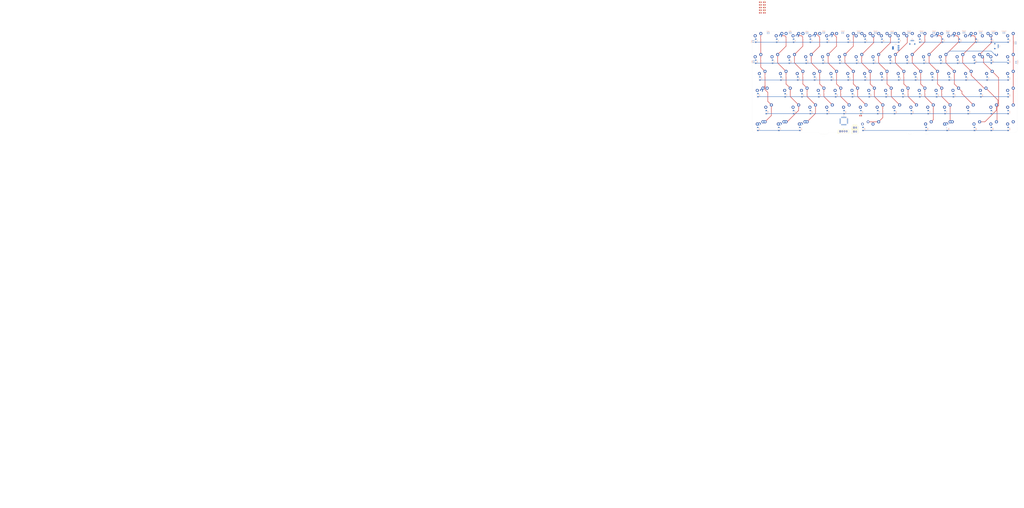
<source format=kicad_pcb>
(kicad_pcb (version 20241010) (generator "pcbnew") (generator_version "8.99")
  (layers (0 "F.Cu" signal) (2 "B.Cu" signal) (13 "F.Paste" user) (15 "B.Paste" user) (5 "F.SilkS" user) (7 "B.SilkS" user) (1 "F.Mask" user) (3 "B.Mask" user) (25 "Edge.Cuts" user))
  (net 0 "")
  (net 1 "+3.3V")
  (net 2 "GND")
  (net 3 "Net-(Drgb1-DIN)")
  (net 4 "Net-(Drgb1-DOUT)")
  (net 5 "Net-(Drgb2-DOUT)")
  (net 6 "Net-(Drgb3-DOUT)")
  (net 7 "Net-(Drgb4-DOUT)")
  (net 8 "Net-(Drgb5-DOUT)")
  (net 9 "+5V")
  (net 10 "Net-(Drgb6-DOUT)")
  (net 11 "Net-(Drgb7-DOUT)")
  (net 12 "Net-(Drgb8-DOUT)")
  (net 13 "Net-(Drgb10-DIN)")
  (net 14 "Net-(Drgb10-DOUT)")
  (net 15 "RGB")
  (net 16 "Net-(Drgb11-DOUT)")
  (net 17 "Net-(Drgb12-DOUT)")
  (net 18 "Net-(Drgb13-DOUT)")
  (net 20 "DIO")
  (net 21 "D+")
  (net 22 "SWD")
  (net 23 "SWC")
  (net 24 "D-")
  (net 25 "boot")
  (net 26 "Net-(rgb1-DOUT)")
  (net 27 "Net-(rgb2-DOUT)")
  (net 28 "Net-(rgb3-DOUT)")
  (net 29 "Net-(rgb4-DOUT)")
  (net 30 "Net-(rgb5-DOUT)")
  (net 31 "C0")
  (net 32 "Net-(D1-A)")
  (net 33 "Net-(D2-A)")
  (net 34 "C1")
  (net 35 "Net-(D3-A)")
  (net 36 "C2")
  (net 37 "C3")
  (net 38 "Net-(D4-A)")
  (net 39 "C4")
  (net 40 "Net-(D5-A)")
  (net 41 "Net-(D6-A)")
  (net 42 "C5")
  (net 43 "C6")
  (net 44 "Net-(D7-A)")
  (net 45 "C7")
  (net 46 "Net-(D8-A)")
  (net 47 "RST")
  (net 48 "Net-(D9-A)")
  (net 49 "C8")
  (net 50 "C9")
  (net 51 "Net-(D10-A)")
  (net 52 "Net-(D11-A)")
  (net 53 "C10")
  (net 54 "Net-(D12-A)")
  (net 55 "C11")
  (net 56 "Net-(D13-A)")
  (net 57 "C12")
  (net 58 "C13")
  (net 59 "Net-(D14-A)")
  (net 60 "C14")
  (net 61 "Net-(D15-A)")
  (net 62 "Net-(D16-A)")
  (net 63 "Net-(D17-A)")
  (net 64 "Net-(D18-A)")
  (net 65 "Net-(D19-A)")
  (net 66 "Net-(D20-A)")
  (net 67 "Net-(D21-A)")
  (net 68 "Net-(D22-A)")
  (net 69 "Net-(D23-A)")
  (net 70 "Net-(D24-A)")
  (net 71 "Net-(D25-A)")
  (net 72 "Net-(D26-A)")
  (net 73 "Net-(D27-A)")
  (net 74 "Net-(D28-A)")
  (net 75 "Net-(D29-A)")
  (net 76 "Net-(D30-A)")
  (net 77 "Net-(D31-A)")
  (net 78 "Net-(D32-A)")
  (net 79 "Net-(D33-A)")
  (net 80 "Net-(D34-A)")
  (net 81 "Net-(D35-A)")
  (net 82 "Net-(D36-A)")
  (net 83 "Net-(D37-A)")
  (net 84 "Net-(D38-A)")
  (net 85 "Net-(D39-A)")
  (net 86 "Net-(D40-A)")
  (net 87 "Net-(D41-A)")
  (net 88 "Net-(D42-A)")
  (net 89 "Net-(D43-A)")
  (net 90 "Net-(D44-A)")
  (net 91 "Net-(D45-A)")
  (net 92 "Net-(D46-A)")
  (net 93 "Net-(D47-A)")
  (net 94 "Net-(D48-A)")
  (net 95 "Net-(D49-A)")
  (net 96 "Net-(D50-A)")
  (net 97 "Net-(D51-A)")
  (net 98 "Net-(D52-A)")
  (net 99 "Net-(D53-A)")
  (net 100 "Net-(D54-A)")
  (net 101 "Net-(D55-A)")
  (net 102 "Net-(D56-A)")
  (net 103 "Net-(D57-A)")
  (net 104 "Net-(D58-A)")
  (net 105 "Net-(D60-A)")
  (net 106 "Net-(D61-A)")
  (net 107 "Net-(D62-A)")
  (net 108 "Net-(D63-A)")
  (net 109 "Net-(D64-A)")
  (net 110 "Net-(D65-A)")
  (net 111 "Net-(D66-A)")
  (net 112 "Net-(D67-A)")
  (net 113 "Net-(D68-A)")
  (net 114 "Net-(D69-A)")
  (net 115 "Net-(D70-A)")
  (net 116 "Net-(D71-A)")
  (net 117 "Net-(D72-A)")
  (net 118 "Net-(D73-A)")
  (net 119 "Net-(D75-A)")
  (net 120 "Net-(D76-A)")
  (net 121 "Net-(D77-A)")
  (net 122 "Net-(D78-A)")
  (net 123 "Net-(D82-A)")
  (net 124 "Net-(D85-A)")
  (net 125 "Net-(D86-A)")
  (net 126 "Net-(D87-A)")
  (net 127 "Net-(D88-A)")
  (net 128 "Net-(D89-A)")
  (net 129 "Net-(D90-A)")
  (net 141 "C16")
  (net 153 "C17")
  (net 163 "Net-(D1-K)")
  (net 164 "Net-(D16-K)")
  (net 165 "Net-(D31-K)")
  (net 166 "Net-(D46-K)")
  (net 167 "Net-(D61-K)")
  (net 168 "Net-(D76-K)")
  (footprint "MX_cherry:MXOnly-1U_N" (layer "F.Cu") (at 514.818947 -216.223553)
    (property "Reference" "SW93" (hide yes))
    (property "Value" "SW_Push" (hide yes))
  )
  (footprint "MX_cherry:MXOnly-1.5U_N" (layer "F.Cu") (at 510.038947 -116.213553)
    (property "Reference" "SW101" (hide yes))
    (property "Value" "SW_Push" (hide yes))
  )
  (footprint "MX_cherry:MXOnly-1U_N" (layer "F.Cu") (at 543.368947 -116.221053)
    (property "Reference" "SW88" (hide yes))
    (property "Value" "SW_Push" (hide yes))
  )
  (footprint "MX_cherry:MXOnly-1U_N" (layer "F.Cu") (at 481.456447 -216.233553)
    (property "Reference" "SW10" (hide yes))
    (property "Value" "SW_Push" (hide yes))
  )
  (footprint "MX_cherry:MXOnly-1U_N" (layer "F.Cu") (at 362.393947 -173.371053)
    (property "Reference" "SW34" (hide yes))
    (property "Value" "SW_Push" (hide yes))
  )
  (footprint "Capacitor_SMD:C_0805_2012Metric" (layer "F.Cu") (at 302.168947 -247.743553)
    (property "Reference" "C9")
    (property "Value" "100nF")
  )
  (footprint "MX_cherry:MXOnly-1U_N" (layer "F.Cu") (at 505.268947 -192.421053)
    (property "Reference" "SW27" (hide yes))
    (property "Value" "SW_Push" (hide yes))
  )
  (footprint "MX_cherry:MXOnly-1U_N" (layer "F.Cu") (at 395.731447 -135.271053)
    (property "Reference" "SW65" (hide yes))
    (property "Value" "SW_Push" (hide yes))
  )
  (footprint "MX_cherry:MXOnly-1U_N" (layer "F.Cu") (at 343.343947 -173.371053)
    (property "Reference" "SW33" (hide yes))
    (property "Value" "SW_Push" (hide yes))
  )
  (footprint "Capacitor_SMD:C_0805_2012Metric" (layer "F.Cu") (at 297.718947 -247.743553)
    (property "Reference" "C4")
    (property "Value" "4.7uF")
  )
  (footprint "Capacitor_SMD:C_0805_2012Metric" (layer "F.Cu") (at 297.718947 -244.733553)
    (property "Reference" "C5")
    (property "Value" "4.7uF")
  )
  (footprint "MX_cherry:MXOnly-1U_N" (layer "F.Cu") (at 552.918947 -216.233553)
    (property "Reference" "SW95" (hide yes))
    (property "Value" "SW_Push" (hide yes))
  )
  (footprint "MX_cherry:MXOnly-1.5U_N" (layer "F.Cu") (at 557.656947 -173.371053)
    (property "Reference" "SW44" (hide yes))
    (property "Value" "SW_Push" (hide yes))
  )
  (footprint "MX_cherry:MXOnly-1U_N" (layer "F.Cu") (at 457.643947 -216.233553)
    (property "Reference" "SW9" (hide yes))
    (property "Value" "SW_Push" (hide yes))
  )
  (footprint "MX_cherry:MXOnly-1U_N" (layer "F.Cu") (at 400.493947 -216.233553)
    (property "Reference" "SW6" (hide yes))
    (property "Value" "SW_Push" (hide yes))
  )
  (footprint "MX_cherry:MXOnly-1U_N" (layer "F.Cu") (at 581.468947 -116.221053)
    (property "Reference" "SW90" (hide yes))
    (property "Value" "SW_Push" (hide yes))
  )
  (footprint "Resistor_SMD:R_0805_2012Metric" (layer "F.Cu") (at 411.298947 -128.233553)
    (property "Reference" "R1")
    (property "Value" "R_Small")
  )
  (footprint "MX_cherry:MXOnly-1U_N" (layer "F.Cu") (at 381.458947 -216.233553)
    (property "Reference" "SW80" (hide yes))
    (property "Value" "SW_Push" (hide yes))
  )
  (footprint "MX_cherry:MXOnly-1U_N" (layer "F.Cu") (at 319.531447 -216.233553)
    (property "Reference" "SW2" (hide yes))
    (property "Value" "SW_Push" (hide yes))
  )
  (footprint "MX_cherry:MXOnly-1U_N" (layer "F.Cu") (at 324.293947 -173.371053)
    (property "Reference" "SW32" (hide yes))
    (property "Value" "SW_Push" (hide yes))
  )
  (footprint "MX_cherry:MXOnly-1.75U_N" (layer "F.Cu") (at 302.862947 -154.321053)
    (property "Reference" "SW46" (hide yes))
    (property "Value" "SW_Push" (hide yes))
  )
  (footprint "MX_cherry:MXOnly-1U_N" (layer "F.Cu") (at 429.068947 -192.421053)
    (property "Reference" "SW23" (hide yes))
    (property "Value" "SW_Push" (hide yes))
  )
  (footprint "Connector_JST:JST_EH_B4B-EH-A_1x04_P2.50mm_Vertical" (layer "F.Cu") (at 388.018947 -110.533553)
    (property "Reference" "J1")
    (property "Value" "Conn_01x04_Pin")
  )
  (footprint "MX_cherry:MXOnly-1U_N" (layer "F.Cu") (at 348.106447 -154.321053)
    (property "Reference" "SW48" (hide yes))
    (property "Value" "SW_Push" (hide yes))
  )
  (footprint "MX_cherry:MXOnly-1U_N" (layer "F.Cu") (at 367.156447 -154.321053)
    (property "Reference" "SW49" (hide yes))
    (property "Value" "SW_Push" (hide yes))
  )
  (footprint "MX_cherry:MXOnly-1U_N" (layer "F.Cu") (at 333.818947 -192.421053)
    (property "Reference" "SW18" (hide yes))
    (property "Value" "SW_Push" (hide yes))
  )
  (footprint "MX_cherry:MXOnly-1U_N" (layer "F.Cu") (at 424.306447 -154.321053)
    (property "Reference" "SW52" (hide yes))
    (property "Value" "SW_Push" (hide yes))
  )
  (footprint "Connector_JST:JST_EH_B2B-EH-A_1x02_P2.50mm_Vertical" (layer "F.Cu") (at 403.718947 -114.733553)
    (property "Reference" "SWbôt1")
    (property "Value" "SW_Push")
  )
  (footprint "MX_cherry:MXOnly-1U_N" (layer "F.Cu") (at 581.468947 -216.233553)
    (property "Reference" "SW15" (hide yes))
    (property "Value" "SW_Push" (hide yes))
  )
  (footprint "MX_cherry:MXOnly-1U_N" (layer "F.Cu") (at 381.443947 -173.371053)
    (property "Reference" "SW35" (hide yes))
    (property "Value" "SW_Push" (hide yes))
  )
  (footprint "MX_cherry:MXOnly-1U_N" (layer "F.Cu") (at 495.778947 -216.233553)
    (property "Reference" "SW92" (hide yes))
    (property "Value" "SW_Push" (hide yes))
  )
  (footprint "MX_cherry:MXOnly-1.25U_N" (layer "F.Cu") (at 345.724947 -116.221053)
    (property "Reference" "SW78" (hide yes))
    (property "Value" "SW_Push" (hide yes))
  )
  (footprint "MX_cherry:MXOnly-1U_N" (layer "F.Cu") (at 362.408947 -216.233553)
    (property "Reference" "SW79" (hide yes))
    (property "Value" "SW_Push" (hide yes))
  )
  (footprint "MX_cherry:MXOnly-1U_N" (layer "F.Cu") (at 324.328947 -116.218553)
    (property "Reference" "SW97" (hide yes))
    (property "Value" "SW_Push" (hide yes))
  )
  (footprint "MX_cherry:MXOnly-1U_N" (layer "F.Cu") (at 490.981447 -135.271053)
    (property "Reference" "SW70" (hide yes))
    (property "Value" "SW_Push" (hide yes))
  )
  (footprint "MX_cherry:MXOnly-1U_N" (layer "F.Cu") (at 357.631447 -216.233553)
    (property "Reference" "SW4" (hide yes))
    (property "Value" "SW_Push" (hide yes))
  )
  (footprint "Capacitor_SMD:C_0805_2012Metric" (layer "F.Cu") (at 302.168947 -256.773553)
    (property "Reference" "C6")
    (property "Value" "100nF")
  )
  (footprint "MX_cherry:MXOnly-1U_N" (layer "F.Cu") (at 533.868947 -216.233553)
    (property "Reference" "SW94" (hide yes))
    (property "Value" "SW_Push" (hide yes))
  )
  (footprint "MX_cherry:MXOnly-1.5U_N" (layer "F.Cu") (at 300.481947 -173.371053)
    (property "Reference" "SW31" (hide yes))
    (property "Value" "SW_Push" (hide yes))
  )
  (footprint "MX_cherry:MXOnly-1U_N" (layer "F.Cu") (at 371.918947 -192.421053)
    (property "Reference" "SW20" (hide yes))
    (property "Value" "SW_Push" (hide yes))
  )
  (footprint "MX_cherry:MXOnly-1U_N" (layer "F.Cu") (at 419.543947 -216.233553)
    (property "Reference" "SW7" (hide yes))
    (property "Value" "SW_Push" (hide yes))
  )
  (footprint "MX_cherry:MXOnly-1U_N" (layer "F.Cu") (at 343.368947 -216.243553)
    (property "Reference" "SW74" (hide yes))
    (property "Value" "SW_Push" (hide yes))
  )
  (footprint "Connector_JST:JST_EH_B2B-EH-A_1x02_P2.50mm_Vertical" (layer "F.Cu") (at 403.718947 -110.233553)
    (property "Reference" "SWbôtrst1")
    (property "Value" "SW_Push")
  )
  (footprint "MX_cherry:MXOnly-1U_N" (layer "F.Cu") (at 462.406447 -154.321053)
    (property "Reference" "SW54" (hide yes))
    (property "Value" "SW_Push" (hide yes))
  )
  (footprint "MX_cherry:MXOnly-1.25U_N" (layer "F.Cu") (at 512.412447 -116.221053)
    (property "Reference" "SW86" (hide yes))
    (property "Value" "SW_Push" (hide yes))
  )
  (footprint "MX_cherry:MXOnly-1U_N" (layer "F.Cu") (at 486.218947 -192.421053)
    (property "Reference" "SW26" (hide yes))
    (property "Value" "SW_Push" (hide yes))
  )
  (footprint "MX_cherry:MXOnly-1U_N" (layer "F.Cu") (at 562.418947 -135.271053)
    (property "Reference" "SW73" (hide yes))
    (property "Value" "SW_Push" (hide yes))
  )
  (footprint "MX_cherry:MXOnly-1U_N" (layer "F.Cu") (at 414.781447 -135.271053)
    (property "Reference" "SW66" (hide yes))
    (property "Value" "SW_Push" (hide yes))
  )
  (footprint "MX_cherry:MXOnly-1U_N" (layer "F.Cu") (at 352.868947 -192.421053)
    (property "Reference" "SW19" (hide yes))
    (property "Value" "SW_Push" (hide yes))
  )
  (footprint "MX_cherry:MXOnly-1U_N" (layer "F.Cu") (at 386.206447 -154.321053)
    (property "Reference" "SW50" (hide yes))
    (property "Value" "SW_Push" (hide yes))
  )
  (footprint "MX_cherry:MXOnly-1U_N" (layer "F.Cu") (at 433.831447 -135.271053)
    (property "Reference" "SW67" (hide yes))
    (property "Value" "SW_Push" (hide yes))
  )
  (footprint "MX_cherry:MXOnly-7U-ReversedStabilizers_N" (layer "F.Cu") (at 429.078947 -116.218553)
    (property "Reference" "SW99" (hide yes))
    (property "Value" "SW_Push" (hide yes))
  )
  (footprint "MX_cherry:MXOnly-1U_N" (layer "F.Cu") (at 519.556447 -154.321053)
    (property "Reference" "SW57" (hide yes))
    (property "Value" "SW_Push" (hide yes))
  )
  (footprint "Capacitor_SMD:C_0805_2012Metric" (layer "F.Cu") (at 302.168947 -250.753553)
    (property "Reference" "C8")
    (property "Value" "4.7uF")
  )
  (footprint "MX_cherry:MXOnly-1U_N" (layer "F.Cu") (at 495.743947 -173.371053)
    (property "Reference" "SW41" (hide yes))
    (property "Value" "SW_Push" (hide yes))
  )
  (footprint "MX_cherry:MXOnly-1U_N" (layer "F.Cu") (at 405.256447 -154.321053)
    (property "Reference" "SW51" (hide yes))
    (property "Value" "SW_Push" (hide yes))
  )
  (footprint "MX_cherry:MXOnly-6.25U-FLIPPED-ReversedStabilizers_N" (layer "F.Cu") (at 417.162447 -116.221053)
    (property "Reference" "SW82" (hide yes))
    (property "Value" "SW_Push" (hide yes))
  )
  (footprint "MX_cherry:MXOnly-1U_N" (layer "F.Cu") (at 467.168947 -192.421053)
    (property "Reference" "SW25" (hide yes))
    (property "Value" "SW_Push" (hide yes))
  )
  (footprint "MX_cherry:MXOnly-1U_N" (layer "F.Cu") (at 524.318947 -192.421053)
    (property "Reference" "SW28" (hide yes))
    (property "Value" "SW_Push" (hide yes))
  )
  (footprint "MX_cherry:MXOnly-1.75U_N" (layer "F.Cu") (at 536.225447 -135.271053)
    (property "Reference" "SW72" (hide yes))
    (property "Value" "SW_Push" (hide yes))
  )
  (footprint "MX_cherry:MXOnly-1U_N" (layer "F.Cu") (at 562.418947 -116.221053)
    (property "Reference" "SW89" (hide yes))
    (property "Value" "SW_Push" (hide yes))
  )
  (footprint "MX_cherry:MXOnly-1U_N" (layer "F.Cu") (at 538.606447 -216.233553)
    (property "Reference" "SW13" (hide yes))
    (property "Value" "SW_Push" (hide yes))
  )
  (footprint "Capacitor_SMD:C_0805_2012Metric" (layer "F.Cu") (at 297.718947 -253.763553)
    (property "Reference" "C2")
    (property "Value" "4.7uF")
  )
  (footprint "MX_cherry:MXOnly-1U_N" (layer "F.Cu") (at 438.593947 -173.371053)
    (property "Reference" "SW38" (hide yes))
    (property "Value" "SW_Push" (hide yes))
  )
  (footprint "MX_cherry:MXOnly-1U_N" (layer "F.Cu") (at 295.718947 -192.421053)
    (property "Reference" "SW16" (hide yes))
    (property "Value" "SW_Push" (hide yes))
  )
  (footprint "MX_cherry:MXOnly-1U_N" (layer "F.Cu") (at 338.581447 -216.233553)
    (property "Reference" "SW3" (hide yes))
    (property "Value" "SW_Push" (hide yes))
  )
  (footprint "MX_cherry:MXOnly-1U_N" (layer "F.Cu") (at 295.718947 -216.233553)
    (property "Reference" "SW1" (hide yes))
    (property "Value" "SW_Push" (hide yes))
  )
  (footprint "MX_cherry:MXOnly-1U_N" (layer "F.Cu") (at 448.158947 -216.243553)
    (property "Reference" "SW84" (hide yes))
    (property "Value" "SW_Push" (hide yes))
  )
  (footprint "MX_cherry:MXOnly-1U_N" (layer "F.Cu") (at 476.693947 -173.371053)
    (property "Reference" "SW40" (hide yes))
    (property "Value" "SW_Push" (hide yes))
  )
  (footprint "MX_cherry:MXOnly-1U_N" (layer "F.Cu") (at 581.468947 -154.321053)
    (property "Reference" "SW60" (hide yes))
    (property "Value" "SW_Push" (hide yes))
  )
  (footprint "MX_cherry:MXOnly-1U_N" (layer "F.Cu") (at 481.456447 -154.321053)
    (property "Reference" "SW55" (hide yes))
    (property "Value" "SW_Push" (hide yes))
  )
  (footprint "Capacitor_SMD:C_0805_2012Metric" (layer "F.Cu") (at 302.168947 -253.763553)
    (property "Reference" "C7")
    (property "Value" "100nF")
  )
  (footprint "MX_cherry:MXOnly-1U_N" (layer "F.Cu") (at 467.218947 -216.243553)
    (property "Reference" "SW91" (hide yes))
    (property "Value" "SW_Push" (hide yes))
  )
  (footprint "MX_cherry:MXOnly-1.25U_N" (layer "F.Cu") (at 298.099947 -116.221053)
    (property "Reference" "SW76" (hide yes))
    (property "Value" "SW_Push" (hide yes))
  )
  (footprint "MX_cherry:MXOnly-1.5U_N" (layer "F.Cu") (at 300.528947 -116.213553)
    (property "Reference" "SW96" (hide yes))
    (property "Value" "SW_Push" (hide yes))
  )
  (footprint "MX_cherry:MXOnly-1U_N" (layer "F.Cu") (at 519.556447 -216.233553)
    (property "Reference" "SW12" (hide yes))
    (property "Value" "SW_Push" (hide yes))
  )
  (footprint "MX_cherry:MXOnly-1U_N" (layer "F.Cu") (at 581.468947 -135.271053)
    (property "Reference" "SW75" (hide yes))
    (property "Value" "SW_Push" (hide yes))
  )
  (footprint "MX_cherry:MXOnly-1U_N" (layer "F.Cu") (at 510.031447 -135.271053)
    (property "Reference" "SW71" (hide yes))
    (property "Value" "SW_Push" (hide yes))
  )
  (footprint "MX_cherry:MXOnly-1U_N" (layer "F.Cu") (at 562.418947 -192.421053)
    (property "Reference" "SW87" (hide yes))
    (property "Value" "SW_Push" (hide yes))
  )
  (footprint "MX_cherry:MXOnly-1.5U_N" (layer "F.Cu") (at 348.118947 -116.203553)
    (property "Reference" "SW98" (hide yes))
    (property "Value" "SW_Push" (hide yes))
  )
  (footprint "MX_cherry:MXOnly-1U_N" (layer "F.Cu") (at 329.056447 -154.321053)
    (property "Reference" "SW47" (hide yes))
    (property "Value" "SW_Push" (hide yes))
  )
  (footprint "MX_cherry:MXOnly-1U_N" (layer "F.Cu") (at 419.543947 -173.371053)
    (property "Reference" "SW37" (hide yes))
    (property "Value" "SW_Push" (hide yes))
  )
  (footprint "MX_cherry:MXOnly-1U_N" (layer "F.Cu") (at 500.506447 -154.321053)
    (property "Reference" "SW56" (hide yes))
    (property "Value" "SW_Push" (hide yes))
  )
  (footprint "MX_cherry:MXOnly-1U_N" (layer "F.Cu") (at 390.968947 -192.421053)
    (property "Reference" "SW21" (hide yes))
    (property "Value" "SW_Push" (hide yes))
  )
  (footprint "MX_cherry:MXOnly-1U_N" (layer "F.Cu") (at 457.643947 -173.371053)
    (property "Reference" "SW39" (hide yes))
    (property "Value" "SW_Push" (hide yes))
  )
  (footprint "Capacitor_SMD:C_0805_2012Metric" (layer "F.Cu") (at 297.718947 -250.753553)
    (property "Reference" "C3")
    (property "Value" "100nF")
  )
  (footprint "MX_cherry:MXOnly-2.25U_N" (layer "F.Cu") (at 307.699547 -135.271053)
    (property "Reference" "SW61" (hide yes))
    (property "Value" "SW_Push" (hide yes))
  )
  (footprint "MX_cherry:MXOnly-1U_N" (layer "F.Cu") (at 581.468947 -173.371053)
    (property "Reference" "SW45" (hide yes))
    (property "Value" "SW_Push" (hide yes))
  )
  (footprint "MX_cherry:MXOnly-1U_N" (layer "F.Cu") (at 443.356447 -154.321053)
    (property "Reference" "SW53" (hide yes))
    (property "Value" "SW_Push" (hide yes))
  )
  (footprint "MX_cherry:MXOnly-1U_N" (layer "F.Cu") (at 324.338947 -216.253553)
    (property "Reference" "SW59" (hide yes))
    (property "Value" "SW_Push" (hide yes))
  )
  (footprint "MX_cherry:MXOnly-1U_N" (layer "F.Cu") (at 471.931447 -135.271053)
    (property "Reference" "SW69" (hide yes))
    (property "Value" "SW_Push" (hide yes))
  )
  (footprint "MX_cherry:MXOnly-1U_N" (layer "F.Cu") (at 410.058947 -216.223553)
    (property "Reference" "SW81" (hide yes))
    (property "Value" "SW_Push" (hide yes))
  )
  (footprint "MX_cherry:MXOnly-1U_N" (layer "F.Cu") (at 410.018947 -192.421053)
    (property "Reference" "SW22" (hide yes))
    (property "Value" "SW_Push" (hide yes))
  )
  (footprint "MX_cherry:MXOnly-1U_N" (layer "F.Cu") (at 500.506447 -216.233553)
    (property "Reference" "SW11" (hide yes))
    (property "Value" "SW_Push" (hide yes))
  )
  (footprint "MX_cherry:MXOnly-1U_N" (layer "F.Cu") (at 562.418947 -216.233553)
    (property "Reference" "SW14" (hide yes))
    (property "Value" "SW_Push" (hide yes))
  )
  (footprint "MX_cherry:MXOnly-1U_N" (layer "F.Cu") (at 581.468947 -192.421053)
    (property "Reference" "SW30" (hide yes))
    (property "Value" "SW_Push" (hide yes))
  )
  (footprint "MX_cherry:MXOnly-1U_N" (layer "F.Cu") (at 452.881447 -135.271053)
    (property "Reference" "SW68" (hide yes))
    (property "Value" "SW_Push" (hide yes))
  )
  (footprint "MX_cherry:MXOnly-1U_N" (layer "F.Cu") (at 429.118947 -216.233553)
    (property "Reference" "SW83" (hide yes))
    (property "Value" "SW_Push" (hide yes))
  )
  (footprint "MX_cherry:MXOnly-1U_N" (layer "F.Cu") (at 314.768947 -192.421053)
    (property "Reference" "SW17" (hide yes))
    (property "Value" "SW_Push" (hide yes))
  )
  (footprint "MX_cherry:MXOnly-1.25U_N" (layer "F.Cu") (at 298.099947 -154.321053)
    (property "Reference" "SW100" (hide yes))
    (property "Value" "SW_Push" (hide yes))
  )
  (footprint "MX_cherry:MXOnly-1U_N" (layer "F.Cu") (at 533.843947 -173.371053)
    (property "Reference" "SW43" (hide yes))
    (property "Value" "SW_Push" (hide yes))
  )
  (footprint "MX_cherry:MXOnly-2.25U_N" (layer "F.Cu") (at 550.587047 -154.321053)
    (property "Reference" "SW58" (hide yes))
    (property "Value" "SW_Push" (hide yes))
  )
  (footprint "MX_cherry:MXOnly-1U_N" (layer "F.Cu") (at 376.681447 -135.271053)
    (property "Reference" "SW64" (hide yes))
    (property "Value" "SW_Push" (hide yes))
  )
  (footprint "Capacitor_SMD:C_0805_2012Metric" (layer "F.Cu") (at 297.718947 -256.773553)
    (property "Reference" "C1")
    (property "Value" "4.7uF")
  )
  (footprint "MX_cherry:MXOnly-1U_N" (layer "F.Cu") (at 357.631447 -135.271053)
    (property "Reference" "SW63" (hide yes))
    (property "Value" "SW_Push" (hide yes))
  )
  (footprint "MX_cherry:MXOnly-1.25U_N" (layer "F.Cu") (at 321.912447 -116.221053)
    (property "Reference" "SW77" (hide yes))
    (property "Value" "SW_Push" (hide yes))
  )
  (footprint "Capacitor_SMD:C_0805_2012Metric" (layer "F.Cu") (at 302.168947 -244.733553)
    (property "Reference" "C10")
    (property "Value" "4.7uF")
  )
  (footprint "MX_cherry:MXOnly-1U_N" (layer "F.Cu") (at 400.493947 -173.371053)
    (property "Reference" "SW36" (hide yes))
    (property "Value" "SW_Push" (hide yes))
  )
  (footprint "MX_cherry:MXOnly-2U_N" (layer "F.Cu") (at 552.893947 -192.421053)
    (property "Reference" "SW1001" (hide yes))
    (property "Value" "SW_Push" (hide yes))
  )
  (footprint "MX_cherry:MXOnly-1U_N" (layer "F.Cu") (at 448.118947 -192.421053)
    (property "Reference" "SW24" (hide yes))
    (property "Value" "SW_Push" (hide yes))
  )
  (footprint "MX_cherry:MXOnly-1U_N" (layer "F.Cu") (at 438.593947 -216.233553)
    (property "Reference" "SW8" (hide yes))
    (property "Value" "SW_Push" (hide yes))
  )
  (footprint "MX_cherry:MXOnly-1U_N" (layer "F.Cu") (at 543.368947 -192.421053)
    (property "Reference" "SW29" (hide yes))
    (property "Value" "SW_Push" (hide yes))
  )
  (footprint "MX_cherry:MXOnly-1U_N" (layer "F.Cu") (at 376.681447 -216.233553)
    (property "Reference" "SW5" (hide yes))
    (property "Value" "SW_Push" (hide yes))
  )
  (footprint "MX_cherry:MXOnly-1.25U_N" (layer "F.Cu") (at 488.599947 -116.221053)
    (property "Reference" "SW85" (hide yes))
    (property "Value" "SW_Push" (hide yes))
  )
  (footprint "MX_cherry:MXOnly-1U_N" (layer "F.Cu") (at 338.581447 -135.271053)
    (property "Reference" "SW62" (hide yes))
    (property "Value" "SW_Push" (hide yes))
  )
  (footprint "MX_cherry:MXOnly-1U_N" (layer "F.Cu") (at 514.793947 -173.371053)
    (property "Reference" "SW42" (hide yes))
    (property "Value" "SW_Push" (hide yes))
  )
  (footprint "Diode_SMD:D_MiniMELF" (layer "B.Cu") (at 382.9875 -151.3375 90)
    (property "Reference" "D50")
    (property "Value" "D_Small")
  )
  (footprint "Diode_SMD:D_MiniMELF" (layer "B.Cu") (at 435.375 -213.25 90)
    (property "Reference" "D8")
    (property "Value" "D_Small")
  )
  (footprint "Diode_SMD:D_MiniMELF" (layer "B.Cu") (at 511.575 -170.3875 90)
    (property "Reference" "D42")
    (property "Value" "D_Small")
  )
  (footprint "Diode_SMD:D_MiniMELF" (layer "B.Cu") (at 497.2875 -151.3375 90)
    (property "Reference" "D56")
    (property "Value" "D_Small")
  )
  (footprint "Diode_SMD:D_MiniMELF" (layer "B.Cu") (at 540.15 -189.4375 90)
    (property "Reference" "D29")
    (property "Value" "D_Small")
  )
  (footprint "Diode_SMD:D_MiniMELF" (layer "B.Cu") (at 492.525 -170.3875 90)
    (property "Reference" "D41")
    (property "Value" "D_Small")
  )
  (footprint "Diode_SMD:D_MiniMELF" (layer "B.Cu") (at 318.6935 -113.2375 90)
    (property "Reference" "D77")
    (property "Value" "D_Small")
  )
  (footprint "Diode_SMD:D_MiniMELF" (layer "B.Cu") (at 416.325 -170.3875 90)
    (property "Reference" "D37")
    (property "Value" "D_Small")
  )
  (footprint "Diode_SMD:D_MiniMELF" (layer "B.Cu") (at 421.0875 -151.3375 90)
    (property "Reference" "D52")
    (property "Value" "D_Small")
  )
  (footprint "LED_SMD:LED_WS2812B-2020_PLCC4_2.0x2.0mm" (layer "B.Cu") (at 446.808947 -222.033553 180)
    (property "Reference" "Drgb4")
    (property "Value" "WS2812B-2020")
  )
  (footprint "LED_SMD:LED_WS2812B-2020_PLCC4_2.0x2.0mm" (layer "B.Cu") (at 494.088947 -222.143553 180)
    (property "Reference" "Drgb7")
    (property "Value" "WS2812B-2020")
  )
  (footprint "Diode_SMD:D_MiniMELF" (layer "B.Cu") (at 297.263 -170.3875 90)
    (property "Reference" "D31")
    (property "Value" "D_Small")
  )
  (footprint "Diode_SMD:D_MiniMELF" (layer "B.Cu") (at 509.1935 -113.2375 90)
    (property "Reference" "D86")
    (property "Value" "D_Small")
  )
  (footprint "Diode_SMD:D_MiniMELF" (layer "B.Cu") (at 523 -213.25 90)
    (property "Reference" "D12")
    (property "Value" "D_Small")
  )
  (footprint "LED_SMD:LED_WS2812B-2020_PLCC4_2.0x2.0mm" (layer "B.Cu") (at 390.998947 -222.123553 180)
    (property "Reference" "Drgb1")
    (property "Value" "WS2812B-2020")
  )
  (footprint "Diode_SMD:D_MiniMELF" (layer "B.Cu") (at 440.1375 -151.3375 90)
    (property "Reference" "D53")
    (property "Value" "D_Small")
  )
  (footprint "Diode_SMD:D_MiniMELF" (layer "B.Cu") (at 559.2 -189.4375 90)
    (property "Reference" "D87")
    (property "Value" "D_Small")
  )
  (footprint "Diode_SMD:D_MiniMELF" (layer "B.Cu") (at 311.55 -189.4375 90)
    (property "Reference" "D17")
    (property "Value" "D_Small")
  )
  (footprint "Diode_SMD:D_MiniMELF" (layer "B.Cu") (at 411.5625 -132.2875 90)
    (property "Reference" "D66")
    (property "Value" "D_Small")
  )
  (footprint "Diode_SMD:D_MiniMELF" (layer "B.Cu") (at 578.25 -189.4375 90)
    (property "Reference" "D30")
    (property "Value" "D_Small")
  )
  (footprint "Diode_SMD:D_MiniMELF" (layer "B.Cu") (at 559.2 -213.25 90)
    (property "Reference" "D14")
    (property "Value" "D_Small")
  )
  (footprint "Diode_SMD:D_MiniMELF" (layer "B.Cu") (at 454.425 -213.25 90)
    (property "Reference" "D9")
    (property "Value" "D_Small")
  )
  (footprint "Diode_SMD:D_MiniMELF" (layer "B.Cu") (at 530.625 -170.3875 90)
    (property "Reference" "D43")
    (property "Value" "D_Small")
  )
  (footprint "Diode_SMD:D_MiniMELF" (layer "B.Cu") (at 425.85 -189.4375 90)
    (property "Reference" "D23")
    (property "Value" "D_Small")
  )
  (footprint "Diode_SMD:D_MiniMELF" (layer "B.Cu") (at 559.2 -113.2375 90)
    (property "Reference" "D89")
    (property "Value" "D_Small")
  )
  (footprint "Diode_SMD:D_MiniMELF" (layer "B.Cu") (at 321.075 -170.3875 90)
    (property "Reference" "D32")
    (property "Value" "D_Small")
  )
  (footprint "Diode_SMD:D_MiniMELF" (layer "B.Cu") (at 444.9 -189.4375 90)
    (property "Reference" "D24")
    (property "Value" "D_Small")
  )
  (footprint "Diode_SMD:D_MiniMELF" (layer "B.Cu") (at 354.4125 -213.25 90)
    (property "Reference" "D4")
    (property "Value" "D_Small")
  )
  (footprint "Diode_SMD:D_MiniMELF" (layer "B.Cu") (at 521.1 -189.4375 90)
    (property "Reference" "D28")
    (property "Value" "D_Small")
  )
  (footprint "Diode_SMD:D_MiniMELF" (layer "B.Cu") (at 349.65 -189.4375 90)
    (property "Reference" "D19")
    (property "Value" "D_Small")
  )
  (footprint "Diode_SMD:D_MiniMELF" (layer "B.Cu") (at 325.8375 -151.3375 90)
    (property "Reference" "D47")
    (property "Value" "D_Small")
  )
  (footprint "Diode_SMD:D_MiniMELF" (layer "B.Cu") (at 292.5 -213.25 90)
    (property "Reference" "D1")
    (property "Value" "D_Small")
  )
  (footprint "Package_TO_SOT_SMD:SOT-223-3_TabPin2" (layer "B.Cu") (at 451 -205 180)
    (property "Reference" "U7")
    (property "Value" "AMS1117")
  )
  (footprint "LED_SMD:LED_WS2812B-2020_PLCC4_2.0x2.0mm" (layer "B.Cu") (at 369.558947 -222.203553 180)
    (property "Reference" "rgb6")
    (property "Value" "WS2812B-2020")
  )
  (footprint "Diode_SMD:D_MiniMELF" (layer "B.Cu") (at 359.175 -170.3875 90)
    (property "Reference" "D34")
    (property "Value" "D_Small")
  )
  (footprint "Connector_JST:JST_SH_SM04B-SRSS-TB_1x04-1MP_P1.00mm_Horizontal" (layer "B.Cu") (at 469.718947 -211.333553 180)
    (property "Reference" "J5")
    (property "Value" "Conn_01x04_Pin")
  )
  (footprint "Diode_SMD:D_MiniMELF" (layer "B.Cu") (at 368.7 -189.4375 90)
    (property "Reference" "D20")
    (property "Value" "D_Small")
  )
  (footprint "Diode_SMD:D_MiniMELF" (layer "B.Cu") (at 294.881 -113.2375 90)
    (property "Reference" "D76")
    (property "Value" "D_Small")
  )
  (footprint "Diode_SMD:D_MiniMELF" (layer "B.Cu") (at 478.2375 -151.3375 90)
    (property "Reference" "D55")
    (property "Value" "D_Small")
  )
  (footprint "Diode_SMD:D_MiniMELF" (layer "B.Cu") (at 533.0065 -132.2875 90)
    (property "Reference" "D72")
    (property "Value" "D_Small")
  )
  (footprint "Diode_SMD:D_MiniMELF" (layer "B.Cu") (at 578.25 -132.2875 90)
    (property "Reference" "D75")
    (property "Value" "D_Small")
  )
  (footprint "Diode_SMD:D_MiniMELF" (layer "B.Cu") (at 397.275 -213.25 90)
    (property "Reference" "D6")
    (property "Value" "D_Small")
  )
  (footprint "LED_SMD:LED_WS2812B-2020_PLCC4_2.0x2.0mm" (layer "B.Cu") (at 587.128947 -188.798553 90)
    (property "Reference" "Drgb14")
    (property "Value" "WS2812B-2020")
  )
  (footprint "Diode_SMD:D_MiniMELF" (layer "B.Cu") (at 503.95 -213.25 90)
    (property "Reference" "D11")
    (property "Value" "D_Small")
  )
  (footprint "LED_SMD:LED_WS2812B-2020_PLCC4_2.0x2.0mm" (layer "B.Cu") (at 409.008947 -222.173553 180)
    (property "Reference" "Drgb2")
    (property "Value" "WS2812B-2020")
  )
  (footprint "Diode_SMD:D_MiniMELF" (layer "B.Cu") (at 506.8125 -132.2875 90)
    (property "Reference" "D71")
    (property "Value" "D_Small")
  )
  (footprint "Diode_SMD:D_MiniMELF" (layer "B.Cu") (at 483 -189.4375 90)
    (property "Reference" "D26")
    (property "Value" "D_Small")
  )
  (footprint "Package_QFP:LQFP-48_7x7mm_P0.5mm" (layer "B.Cu") (at 392.25 -122.1625 180)
    (property "Reference" "U3")
    (property "Value" "STM32F072-LQFP48")
  )
  (footprint "Diode_SMD:D_MiniMELF" (layer "B.Cu") (at 342.506 -113.2375 90)
    (property "Reference" "D78")
    (property "Value" "D_Small")
  )
  (footprint "Diode_SMD:D_MiniMELF" (layer "B.Cu") (at 516.3375 -151.3375 90)
    (property "Reference" "D57")
    (property "Value" "D_Small")
  )
  (footprint "Diode_SMD:D_MiniMELF" (layer "B.Cu") (at 540.15 -113.2375 90)
    (property "Reference" "D88")
    (property "Value" "D_Small")
  )
  (footprint "Connector_JST:JST_SH_SM04B-SRSS-TB_1x04-1MP_P1.00mm_Horizontal" (layer "B.Cu") (at 565 -207 90)
    (property "Reference" "J7")
    (property "Value" "Conn_01x04_Pin")
  )
  (footprint "Diode_SMD:D_MiniMELF" (layer "B.Cu") (at 387.75 -189.4375 90)
    (property "Reference" "D21")
    (property "Value" "D_Small")
  )
  (footprint "Diode_SMD:D_MiniMELF" (layer "B.Cu") (at 473.475 -170.3875 90)
    (property "Reference" "D40")
    (property "Value" "D_Small")
  )
  (footprint "Diode_SMD:D_MiniMELF" (layer "B.Cu") (at 578.25 -170.3875 90)
    (property "Reference" "D45")
    (property "Value" "D_Small")
  )
  (footprint "LED_SMD:LED_WS2812B-2020_PLCC4_2.0x2.0mm" (layer "B.Cu") (at 350.513947 -221.933553 180)
    (property "Reference" "rgb5")
    (property "Value" "WS2812B-2020")
  )
  (footprint "Diode_SMD:D_MiniMELF" (layer "B.Cu") (at 478.2375 -213.25 90)
    (property "Reference" "D10")
    (property "Value" "D_Small")
  )
  (footprint "Diode_SMD:D_MiniMELF" (layer "B.Cu") (at 295 -151.5 90)
    (property "Reference" "D46")
    (property "Value" "D_Small")
  )
  (footprint "Diode_SMD:D_MiniMELF" (layer "B.Cu") (at 316.3125 -213.25 90)
    (property "Reference" "D2")
    (property "Value" "D_Small")
  )
  (footprint "LED_SMD:LED_WS2812B-2020_PLCC4_2.0x2.0mm" (layer "B.Cu") (at 331.448947 -222.153553 180)
    (property "Reference" "rgb4")
    (property "Value" "WS2812B-2020" (hide yes))
  )
  (footprint "Diode_SMD:D_MiniMELF" (layer "B.Cu") (at 485.381 -113.2375 90)
    (property "Reference" "D85")
    (property "Value" "D_Small")
  )
  (footprint "Diode_SMD:D_MiniMELF" (layer "B.Cu") (at 547.3681 -151.3375 90)
    (property "Reference" "D58")
    (property "Value" "D_Small")
  )
  (footprint "Diode_SMD:D_MiniMELF" (layer "B.Cu") (at 363.9375 -151.3375 90)
    (property "Reference" "D49")
    (property "Value" "D_Small")
  )
  (footprint "LED_SMD:LED_WS2812B-2020_PLCC4_2.0x2.0mm" (layer "B.Cu") (at 561.363947 -222.083553 180)
    (property "Reference" "Drgb11")
    (property "Value" "WS2812B-2020")
  )
  (footprint "Diode_SMD:D_MiniMELF" (layer "B.Cu") (at 397.275 -170.3875 90)
    (property "Reference" "D36")
    (property "Value" "D_Small")
  )
  (footprint "Diode_SMD:D_MiniMELF" (layer "B.Cu") (at 459.1875 -151.3375 90)
    (property "Reference" "D54")
    (property "Value" "D_Small")
  )
  (footprint "Diode_SMD:D_MiniMELF" (layer "B.Cu") (at 373.4625 -132.2875 90)
    (property "Reference" "D64")
    (property "Value" "D_Small")
  )
  (footprint "Diode_SMD:D_MiniMELF" (layer "B.Cu") (at 335.3625 -132.2875 90)
    (property "Reference" "D62")
    (property "Value" "D_Small")
  )
  (footprint "LED_SMD:LED_WS2812B-2020_PLCC4_2.0x2.0mm" (layer "B.Cu") (at 306.598947 -221.923553 180)
    (property "Reference" "rgb3")
    (property "Value" "WS2812B-2020")
  )
  (footprint "Diode_SMD:D_MiniMELF" (layer "B.Cu") (at 378.225 -170.3875 90)
    (property "Reference" "D35")
    (property "Value" "D_Small")
  )
  (footprint "LED_SMD:LED_WS2812B-2020_PLCC4_2.0x2.0mm" (layer "B.Cu") (at 427.878947 -222.113553 180)
    (property "Reference" "Drgb3")
    (property "Value" "WS2812B-2020")
  )
  (footprint "Diode_SMD:D_MiniMELF" (layer "B.Cu") (at 578.25 -113.2375 90)
    (property "Reference" "D90")
    (property "Value" "D_Small")
  )
  (footprint "Diode_SMD:D_MiniMELF" (layer "B.Cu") (at 463.95 -189.4375 90)
    (property "Reference" "D25")
    (property "Value" "D_Small")
  )
  (footprint "Diode_SMD:D_MiniMELF" (layer "B.Cu") (at 578.25 -151.3375 90)
    (property "Reference" "D60")
    (property "Value" "D_Small")
  )
  (footprint "Diode_SMD:D_MiniMELF" (layer "B.Cu") (at 344.8875 -151.3375 90)
    (property "Reference" "D48")
    (property "Value" "D_Small")
  )
  (footprint "LED_SMD:LED_WS2812B-2020_PLCC4_2.0x2.0mm" (layer "B.Cu") (at 528.233947 -222.273553 180)
    (property "Reference" "Drgb9")
    (property "Value" "WS2812B-2020")
  )
  (footprint "Diode_SMD:D_MiniMELF" (layer "B.Cu") (at 578.25 -213.25 90)
    (property "Reference" "D15")
    (property "Value" "D_Small")
  )
  (footprint "Diode_SMD:D_MiniMELF" (layer "B.Cu") (at 559.2 -132.2875 90)
    (property "Reference" "D73")
    (property "Value" "D_Small")
  )
  (footprint "Diode_SMD:D_MiniMELF" (layer "B.Cu") (at 542.05 -213.25 90)
    (property "Reference" "D13")
    (property "Value" "D_Small")
  )
  (footprint "Diode_SMD:D_MiniMELF" (layer "B.Cu") (at 330.6 -189.4375 90)
    (property "Reference" "D18")
    (property "Value" "D_Small")
  )
  (footprint "Diode_SMD:D_MiniMELF" (layer "B.Cu") (at 454.425 -170.3875 90)
    (property "Reference" "D39")
    (property "Value" "D_Small")
  )
  (footprint "Diode_SMD:D_MiniMELF" (layer "B.Cu") (at 430.6125 -132.2875 90)
    (property "Reference" "D67")
    (property "Value" "D_Small")
  )
  (footprint "Diode_SMD:D_MiniMELF" (layer "B.Cu") (at 373.4625 -213.25 90)
    (property "Reference" "D5")
    (property "Value" "D_Small")
  )
  (footprint "Diode_SMD:D_MiniMELF" (layer "B.Cu") (at 435.375 -170.3875 90)
    (property "Reference" "D38")
    (property "Value" "D_Small")
  )
  (footprint "Diode_SMD:D_MiniMELF" (layer "B.Cu") (at 468.7125 -132.2875 90)
    (property "Reference" "D69")
    (property "Value" "D_Small")
  )
  (footprint "Diode_SMD:D_MiniMELF" (layer "B.Cu") (at 402.0375 -151.3375 90)
    (property "Reference" "D51")
    (property "Value" "D_Small")
  )
  (footprint "Diode_SMD:D_MiniMELF" (layer "B.Cu") (at 340.125 -170.3875 90)
    (property "Reference" "D33")
    (property "Value" "D_Small")
  )
  (footprint "Diode_SMD:D_MiniMELF" (layer "B.Cu") (at 406.8 -189.4375 90)
    (property "Reference" "D22")
    (property "Value" "D_Small")
  )
  (footprint "LED_SMD:LED_WS2812B-2020_PLCC4_2.0x2.0mm" (layer "B.Cu") (at 573.453947 -222.093553 180)
    (property "Reference" "Drgb12")
    (property "Value" "WS2812B-2020")
  )
  (footprint "Diode_SMD:D_MiniMELF" (layer "B.Cu") (at 304.4806 -132.2875 90)
    (property "Reference" "D61")
    (property "Value" "D_Small")
  )
  (footprint "Diode_SMD:D_MiniMELF" (layer "B.Cu") (at 392.5125 -132.2875 90)
    (property "Reference" "D65")
    (property "Value" "D_Small")
  )
  (footprint "LED_SMD:LED_WS2812B-2020_PLCC4_2.0x2.0mm" (layer "B.Cu") (at 290.078947 -189.243553 -90)
    (property "Reference" "rgb1")
    (property "Value" "WS2812B-2020")
  )
  (footprint "LED_SMD:LED_WS2812B-2020_PLCC4_2.0x2.0mm" (layer "B.Cu") (at 289.688947 -212.293553 -90)
    (property "Reference" "rgb2")
    (property "Value" "WS2812B-2020")
  )
  (footprint "Diode_SMD:D_MiniMELF" (layer "B.Cu") (at 354.4125 -132.2875 90)
    (property "Reference" "D63")
    (property "Value" "D_Small")
  )
  (footprint "LED_SMD:LED_WS2812B-2020_PLCC4_2.0x2.0mm" (layer "B.Cu") (at 547.248947 -222.053553 180)
    (property "Reference" "Drgb10")
    (property "Value" "WS2812B-2020")
  )
  (footprint "Diode_SMD:D_MiniMELF" (layer "B.Cu") (at 416.325 -213.25 90)
    (property "Reference" "D7")
    (property "Value" "D_Small")
  )
  (footprint "LED_SMD:LED_WS2812B-2020_PLCC4_2.0x2.0mm" (layer "B.Cu") (at 480.243947 -222.103553 180)
    (property "Reference" "Drgb6")
    (property "Value" "WS2812B-2020")
  )
  (footprint "LED_SMD:LED_WS2812B-2020_PLCC4_2.0x2.0mm" (layer "B.Cu") (at 465.923947 -222.053553 180)
    (property "Reference" "Drgb5")
    (property "Value" "WS2812B-2020")
  )
  (footprint "Diode_SMD:D_MiniMELF" (layer "B.Cu") (at 335.3625 -213.25 90)
    (property "Reference" "D3")
    (property "Value" "D_Small")
  )
  (footprint "LED_SMD:LED_WS2812B-2020_PLCC4_2.0x2.0mm" (layer "B.Cu") (at 509.963947 -222.233553 180)
    (property "Reference" "Drgb8")
    (property "Value" "WS2812B-2020")
  )
  (footprint "Diode_SMD:D_MiniMELF" (layer "B.Cu") (at 487.7625 -132.2875 90)
    (property "Reference" "D70")
    (property "Value" "D_Small")
  )
  (footprint "Diode_SMD:D_MiniMELF" (layer "B.Cu") (at 502.05 -189.4375 90)
    (property "Reference" "D27")
    (property "Value" "D_Small")
  )
  (footprint "Diode_SMD:D_MiniMELF" (layer "B.Cu") (at 413.9435 -113.2375 90)
    (property "Reference" "D82")
    (property "Value" "D_Small")
  )
  (footprint "Diode_SMD:D_MiniMELF" (layer "B.Cu") (at 292.5 -189.4375 90)
    (property "Reference" "D16")
    (property "Value" "D_Small")
  )
  (footprint "LED_SMD:LED_WS2812B-2020_PLCC4_2.0x2.0mm" (layer "B.Cu") (at 586.818947 -210.633553 -90)
    (property "Reference" "Drgb13")
    (property "Value" "WS2812B-2020")
  )
  (footprint "Diode_SMD:D_MiniMELF" (layer "B.Cu") (at 449.6625 -132.2875 90)
    (property "Reference" "D68")
    (property "Value" "D_Small")
  )
  (footprint "Diode_SMD:D_MiniMELF" (layer "B.Cu") (at 554.438 -170.3875 90)
    (property "Reference" "D44")
    (property "Value" "D_Small")
  )
  (gr_line (start 484.718947 -107.433553) (end 483.518947 -109.033553) (stroke (width 0.05)) (layer "Edge.Cuts"))
  (gr_line (start 487.818947 -107.433553) (end 489.018947 -109.033553) (stroke (width 0.05)) (layer "Edge.Cuts"))
  (gr_line (start 468.718947 -107.433553) (end 469.918947 -109.033553) (stroke (width 0.05)) (layer "Edge.Cuts"))
  (gr_arc (start 288.518947 -220.433553) (mid 289.397627 -222.554873) (end 291.518947 -223.433553) (stroke (width 0.05)) (layer "Edge.Cuts"))
  (gr_line (start 465.618947 -107.433553) (end 468.718947 -107.433553) (stroke (width 0.05)) (layer "Edge.Cuts"))
  (gr_line (start 373.518947 -107.433553) (end 374.718947 -109.033553) (stroke (width 0.05)) (layer "Edge.Cuts"))
  (gr_arc (start 588.718947 -112.033553) (mid 587.840267 -109.912233) (end 585.718947 -109.033553) (stroke (width 0.05)) (layer "Edge.Cuts"))
  (gr_line (start 588.718947 -112.033553) (end 588.718947 -220.433553) (stroke (width 0.05)) (layer "Edge.Cuts"))
  (gr_line (start 465.618947 -107.433553) (end 464.418947 -109.033553) (stroke (width 0.05)) (layer "Edge.Cuts"))
  (gr_line (start 469.918947 -109.033553) (end 483.518947 -109.033553) (stroke (width 0.05)) (layer "Edge.Cuts"))
  (gr_line (start 291.518947 -109.033553) (end 364.318947 -109.033553) (stroke (width 0.05)) (layer "Edge.Cuts"))
  (gr_line (start 365.518947 -107.433553) (end 373.518947 -107.433553) (stroke (width 0.05)) (layer "Edge.Cuts"))
  (gr_line (start 585.718947 -223.433553) (end 291.518947 -223.433553) (stroke (width 0.05)) (layer "Edge.Cuts"))
  (gr_line (start 365.518947 -107.433553) (end 364.318947 -109.033553) (stroke (width 0.05)) (layer "Edge.Cuts"))
  (gr_arc (start 291.518947 -109.033553) (mid 289.397627 -109.912233) (end 288.518947 -112.033553) (stroke (width 0.05)) (layer "Edge.Cuts"))
  (gr_line (start 374.718947 -109.033553) (end 464.418947 -109.033553) (stroke (width 0.05)) (layer "Edge.Cuts"))
  (gr_line (start 484.718947 -107.433553) (end 487.818947 -107.433553) (stroke (width 0.05)) (layer "Edge.Cuts"))
  (gr_line (start 489.018947 -109.033553) (end 585.718947 -109.033553) (stroke (width 0.05)) (layer "Edge.Cuts"))
  (gr_line (start 288.518947 -220.433553) (end 288.518947 -112.033553) (stroke (width 0.05)) (layer "Edge.Cuts"))
  (gr_arc (start 585.718947 -223.433553) (mid 587.840267 -222.554873) (end 588.718947 -220.433553) (stroke (width 0.05)) (layer "Edge.Cuts"))
  (segment (start 303.021947 -161.783053) (end 300.639947 -159.401053) (width 0.5) (layer "F.Cu") (net 31))
  (segment (start 306.218947 -154.500587) (end 306.218947 -144.371653) (width 0.5) (layer "F.Cu") (net 31))
  (segment (start 306.218947 -144.371653) (end 310.239547 -140.351053) (width 0.5) (layer "F.Cu") (net 31))
  (segment (start 298.258947 -221.313553) (end 298.258947 -197.501053) (width 0.5) (layer "F.Cu") (net 31))
  (segment (start 300.639947 -159.401053) (end 300.639947 -158.448053) (width 0.5) (layer "F.Cu") (net 31))
  (segment (start 303.021947 -161.783053) (end 303.021947 -157.697587) (width 0.5) (layer "F.Cu") (net 31))
  (segment (start 303.021947 -157.697587) (end 306.218947 -154.500587) (width 0.5) (layer "F.Cu") (net 31))
  (segment (start 310.239547 -128.464153) (end 303.068947 -121.293553) (width 0.5) (layer "F.Cu") (net 31))
  (segment (start 300.639947 -158.448053) (end 299.052947 -156.861053) (width 0.5) (layer "F.Cu") (net 31))
  (segment (start 298.258947 -183.214053) (end 303.021947 -178.451053) (width 0.5) (layer "F.Cu") (net 31))
  (segment (start 310.239547 -140.351053) (end 310.239547 -128.464153) (width 0.5) (layer "F.Cu") (net 31))
  (segment (start 298.258947 -197.501053) (end 298.258947 -183.214053) (width 0.5) (layer "F.Cu") (net 31))
  (segment (start 303.021947 -178.451053) (end 303.021947 -161.783053) (width 0.5) (layer "F.Cu") (net 31))
  (segment (start 325.334481 -218.793553) (end 326.838947 -217.289087) (width 0.5) (layer "F.Cu") (net 34))
  (segment (start 331.596447 -159.401053) (end 331.596447 -149.876053) (width 0.5) (layer "F.Cu") (net 34))
  (segment (start 326.833947 -164.163553) (end 331.596447 -159.401053) (width 0.5) (layer "F.Cu") (net 34))
  (segment (start 331.596447 -149.876053) (end 341.121447 -140.351053) (width 0.5) (layer "F.Cu") (net 34))
  (segment (start 326.838947 -217.289087) (end 326.838947 -207.031053) (width 0.5) (layer "F.Cu") (net 34))
  (segment (start 326.833947 -178.451053) (end 326.833947 -164.163553) (width 0.5) (layer "F.Cu") (net 34))
  (segment (start 341.121447 -134.275519) (end 328.144481 -121.298553) (width 0.5) (layer "F.Cu") (net 34))
  (segment (start 317.308947 -197.501053) (end 317.308947 -187.976053) (width 0.5) (layer "F.Cu") (net 34))
  (segment (start 322.071447 -221.313553) (end 322.071447 -220.336053) (width 0.5) (layer "F.Cu") (net 34))
  (segment (start 320.528947 -218.793553) (end 325.334481 -218.793553) (width 0.5) (layer "F.Cu") (net 34))
  (segment (start 341.121447 -140.351053) (end 341.121447 -134.275519) (width 0.5) (layer "F.Cu") (net 34))
  (segment (start 317.308947 -187.976053) (end 326.833947 -178.451053) (width 0.5) (layer "F.Cu") (net 34))
  (segment (start 328.144481 -121.298553) (end 326.868947 -121.298553) (width 0.5) (layer "F.Cu") (net 34))
  (segment (start 322.071447 -220.336053) (end 320.528947 -218.793553) (width 0.5) (layer "F.Cu") (net 34))
  (segment (start 326.838947 -207.031053) (end 317.308947 -197.501053) (width 0.5) (layer "F.Cu") (net 34))
  (segment (start 348.282447 -121.283553) (end 348.264947 -121.301053) (width 0.5) (layer "F.Cu") (net 36))
  (segment (start 339.558947 -218.783553) (end 344.364481 -218.783553) (width 0.5) (layer "F.Cu") (net 36))
  (segment (start 350.658947 -121.283553) (end 348.282447 -121.283553) (width 0.5) (layer "F.Cu") (net 36))
  (segment (start 336.358947 -187.976053) (end 345.883947 -178.451053) (width 0.5) (layer "F.Cu") (net 36))
  (segment (start 344.364481 -218.783553) (end 345.868947 -217.279087) (width 0.5) (layer "F.Cu") (net 36))
  (segment (start 350.646447 -149.876053) (end 360.171447 -140.351053) (width 0.5) (layer "F.Cu") (net 36))
  (segment (start 336.358947 -197.501053) (end 336.358947 -187.976053) (width 0.5) (layer "F.Cu") (net 36))
  (segment (start 341.121447 -221.313553) (end 341.121447 -220.346053) (width 0.5) (layer "F.Cu") (net 36))
  (segment (start 341.121447 -220.346053) (end 339.558947 -218.783553) (width 0.5) (layer "F.Cu") (net 36))
  (segment (start 345.868947 -217.279087) (end 345.868947 -207.011053) (width 0.5) (layer "F.Cu") (net 36))
  (segment (start 360.171447 -130.796053) (end 350.658947 -121.283553) (width 0.5) (layer "F.Cu") (net 36))
  (segment (start 350.646447 -159.401053) (end 350.646447 -149.876053) (width 0.5) (layer "F.Cu") (net 36))
  (segment (start 345.868947 -207.011053) (end 336.358947 -197.501053) (width 0.5) (layer "F.Cu") (net 36))
  (segment (start 360.171447 -140.351053) (end 360.171447 -130.796053) (width 0.5) (layer "F.Cu") (net 36))
  (segment (start 345.883947 -164.163553) (end 350.646447 -159.401053) (width 0.5) (layer "F.Cu") (net 36))
  (segment (start 345.883947 -178.451053) (end 345.883947 -164.163553) (width 0.5) (layer "F.Cu") (net 36))
  (segment (start 364.933947 -164.163553) (end 369.696447 -159.401053) (width 0.5) (layer "F.Cu") (net 37))
  (segment (start 360.864481 -221.313553) (end 364.908947 -217.269087) (width 0.5) (layer "F.Cu") (net 37))
  (segment (start 364.933947 -178.451053) (end 364.933947 -164.163553) (width 0.5) (layer "F.Cu") (net 37))
  (segment (start 364.908947 -217.269087) (end 364.908947 -207.001053) (width 0.5) (layer "F.Cu") (net 37))
  (segment (start 360.171447 -221.313553) (end 360.864481 -221.313553) (width 0.5) (layer "F.Cu") (net 37))
  (segment (start 360.171447 -221.313553) (end 360.171447 -220.346053) (width 0.5) (layer "F.Cu") (net 37))
  (segment (start 355.408947 -187.976053) (end 364.933947 -178.451053) (width 0.5) (layer "F.Cu") (net 37))
  (segment (start 355.408947 -197.501053) (end 355.408947 -187.976053) (width 0.5) (layer "F.Cu") (net 37))
  (segment (start 369.696447 -159.401053) (end 369.696447 -149.876053) (width 0.5) (layer "F.Cu") (net 37))
  (segment (start 369.696447 -149.876053) (end 379.221447 -140.351053) (width 0.5) (layer "F.Cu") (net 37))
  (segment (start 360.171447 -220.346053) (end 358.598947 -218.773553) (width 0.5) (layer "F.Cu") (net 37))
  (segment (start 364.908947 -207.001053) (end 355.408947 -197.501053) (width 0.5) (layer "F.Cu") (net 37))
  (segment (start 374.458947 -197.501053) (end 374.458947 -187.976053) (width 0.5) (layer "F.Cu") (net 39))
  (segment (start 383.983947 -178.451053) (end 383.983947 -164.163553) (width 0.5) (layer "F.Cu") (net 39))
  (segment (start 379.914481 -221.313553) (end 383.958947 -217.269087) (width 0.5) (layer "F.Cu") (net 39))
  (segment (start 383.983947 -164.163553) (end 388.746447 -159.401053) (width 0.5) (layer "F.Cu") (net 39))
  (segment (start 388.746447 -149.876053) (end 398.271447 -140.351053) (width 0.5) (layer "F.Cu") (net 39))
  (segment (start 379.221447 -220.346053) (end 377.648947 -218.773553) (width 0.5) (layer "F.Cu") (net 39))
  (segment (start 379.221447 -221.313553) (end 379.914481 -221.313553) (width 0.5) (layer "F.Cu") (net 39))
  (segment (start 379.221447 -221.313553) (end 379.221447 -220.346053) (width 0.5) (layer "F.Cu") (net 39))
  (segment (start 374.458947 -187.976053) (end 383.983947 -178.451053) (width 0.5) (layer "F.Cu") (net 39))
  (segment (start 383.958947 -207.001053) (end 374.458947 -197.501053) (width 0.5) (layer "F.Cu") (net 39))
  (segment (start 388.746447 -159.401053) (end 388.746447 -149.876053) (width 0.5) (layer "F.Cu") (net 39))
  (segment (start 383.958947 -217.269087) (end 383.958947 -207.001053) (width 0.5) (layer "F.Cu") (net 39))
  (segment (start 403.033947 -221.313553) (end 403.033947 -207.026053) (width 0.5) (layer "F.Cu") (net 42))
  (segment (start 403.033947 -207.026053) (end 393.508947 -197.501053) (width 0.5) (layer "F.Cu") (net 42))
  (segment (start 403.033947 -164.163553) (end 407.796447 -159.401053) (width 0.5) (layer "F.Cu") (net 42))
  (segment (start 393.508947 -197.501053) (end 393.508947 -187.976053) (width 0.5) (layer "F.Cu") (net 42))
  (segment (start 393.508947 -187.976053) (end 403.033947 -178.451053) (width 0.5) (layer "F.Cu") (net 42))
  (segment (start 403.033947 -221.313553) (end 403.698947 -221.313553) (width 0.5) (layer "F.Cu") (net 42))
  (segment (start 403.033947 -178.451053) (end 403.033947 -164.163553) (width 0.5) (layer "F.Cu") (net 42))
  (segment (start 407.796447 -149.876053) (end 417.321447 -140.351053) (width 0.5) (layer "F.Cu") (net 42))
  (segment (start 403.698947 -221.313553) (end 406.248947 -218.763553) (width 0.5) (layer "F.Cu") (net 42))
  (segment (start 407.796447 -159.401053) (end 407.796447 -149.876053) (width 0.5) (layer "F.Cu") (net 42))
  (segment (start 412.558947 -197.501053) (end 412.558947 -187.976053) (width 0.5) (layer "F.Cu") (net 43))
  (segment (start 425.973947 -218.108553) (end 425.973947 -210.916053) (width 0.5) (layer "F.Cu") (net 43))
  (segment (start 422.083947 -221.313553) (end 422.768947 -221.313553) (width 0.5) (layer "F.Cu") (net 43))
  (segment (start 422.083947 -178.451053) (end 422.083947 -164.163553) (width 0.5) (layer "F.Cu") (net 43))
  (segment (start 431.618947 -121.298553) (end 419.704947 -121.298553) (width 0.5) (layer "F.Cu") (net 43))
  (segment (start 419.704947 -121.298553) (end 419.702447 -121.301053) (width 0.5) (layer "F.Cu") (net 43))
  (segment (start 436.371447 -140.351053) (end 436.371447 -126.051053) (width 0.5) (layer "F.Cu") (net 43))
  (segment (start 436.371447 -126.051053) (end 431.618947 -121.298553) (width 0.5) (layer "F.Cu") (net 43))
  (segment (start 412.558947 -187.976053) (end 422.083947 -178.451053) (width 0.5) (layer "F.Cu") (net 43))
  (segment (start 426.846447 -159.401053) (end 426.846447 -149.876053) (width 0.5) (layer "F.Cu") (net 43))
  (segment (start 425.973947 -210.916053) (end 412.558947 -197.501053) (width 0.5) (layer "F.Cu") (net 43))
  (segment (start 422.083947 -164.163553) (end 426.846447 -159.401053) (width 0.5) (layer "F.Cu") (net 43))
  (segment (start 426.846447 -149.876053) (end 436.371447 -140.351053) (width 0.5) (layer "F.Cu") (net 43))
  (segment (start 422.768947 -221.313553) (end 425.308947 -218.773553) (width 0.5) (layer "F.Cu") (net 43))
  (segment (start 425.308947 -218.773553) (end 425.973947 -218.108553) (width 0.5) (layer "F.Cu") (net 43))
  (segment (start 431.608947 -187.976053) (end 441.133947 -178.451053) (width 0.5) (layer "F.Cu") (net 45))
  (segment (start 445.896447 -159.401053) (end 445.896447 -149.876053) (width 0.5) (layer "F.Cu") (net 45))
  (segment (start 441.818947 -221.313553) (end 444.348947 -218.783553) (width 0.5) (layer "F.Cu") (net 45))
  (segment (start 445.023947 -218.108553) (end 445.023947 -210.916053) (width 0.5) (layer "F.Cu") (net 45))
  (segment (start 444.348947 -218.783553) (end 445.023947 -218.108553) (width 0.5) (layer "F.Cu") (net 45))
  (segment (start 441.133947 -221.313553) (end 441.818947 -221.313553) (width 0.5) (layer "F.Cu") (net 45))
  (segment (start 441.133947 -164.163553) (end 445.896447 -159.401053) (width 0.5) (layer "F.Cu") (net 45))
  (segment (start 431.608947 -197.501053) (end 431.608947 -187.976053) (width 0.5) (layer "F.Cu") (net 45))
  (segment (start 441.133947 -178.451053) (end 441.133947 -164.163553) (width 0.5) (layer "F.Cu") (net 45))
  (segment (start 445.896447 -149.876053) (end 455.421447 -140.351053) (width 0.5) (layer "F.Cu") (net 45))
  (segment (start 445.023947 -210.916053) (end 431.608947 -197.501053) (width 0.5) (layer "F.Cu") (net 45))
  (segment (start 460.183947 -164.163553) (end 464.946447 -159.401053) (width 0.5) (layer "F.Cu") (net 49))
  (segment (start 450.658947 -187.976053) (end 460.183947 -178.451053) (width 0.5) (layer "F.Cu") (net 49))
  (segment (start 460.878947 -221.313553) (end 463.408947 -218.783553) (width 0.5) (layer "F.Cu") (net 49))
  (segment (start 464.946447 -149.876053) (end 474.471447 -140.351053) (width 0.5) (layer "F.Cu") (net 49))
  (segment (start 464.073947 -218.118553) (end 464.073947 -210.916053) (width 0.5) (layer "F.Cu") (net 49))
  (segment (start 460.183947 -221.313553) (end 460.878947 -221.313553) (width 0.5) (layer "F.Cu") (net 49))
  (segment (start 460.183947 -178.451053) (end 460.183947 -164.163553) (width 0.5) (layer "F.Cu") (net 49))
  (segment (start 464.946447 -159.401053) (end 464.946447 -149.876053) (width 0.5) (layer "F.Cu") (net 49))
  (segment (start 463.408947 -218.783553) (end 464.073947 -218.118553) (width 0.5) (layer "F.Cu") (net 49))
  (segment (start 464.073947 -210.916053) (end 450.658947 -197.501053) (width 0.5) (layer "F.Cu") (net 49))
  (segment (start 450.658947 -197.501053) (end 450.658947 -187.976053) (width 0.5) (layer "F.Cu") (net 49))
  (segment (start 479.233947 -178.451053) (end 479.233947 -164.163553) (width 0.5) (layer "F.Cu") (net 50))
  (segment (start 479.233947 -164.163553) (end 483.996447 -159.401053) (width 0.5) (layer "F.Cu") (net 50))
  (segment (start 483.996447 -159.401053) (end 483.996447 -149.876053) (width 0.5) (layer "F.Cu") (net 50))
  (segment (start 469.708947 -197.501053) (end 469.708947 -187.976053) (width 0.5) (layer "F.Cu") (net 50))
  (segment (start 469.708947 -187.976053) (end 479.233947 -178.451053) (width 0.5) (layer "F.Cu") (net 50))
  (segment (start 483.996447 -149.876053) (end 493.521447 -140.351053) (width 0.5) (layer "F.Cu") (net 50))
  (segment (start 483.996447 -211.788553) (end 469.708947 -197.501053) (width 0.5) (layer "F.Cu") (net 50))
  (segment (start 493.521447 -123.682553) (end 491.139947 -121.301053) (width 0.5) (layer "F.Cu") (net 50))
  (segment (start 483.996447 -221.313553) (end 483.996447 -211.788553) (width 0.5) (layer "F.Cu") (net 50))
  (segment (start 493.521447 -140.351053) (end 493.521447 -123.682553) (width 0.5) (layer "F.Cu") (net 50))
  (segment (start 498.283947 -178.451053) (end 498.283947 -164.163553) (width 0.5) (layer "F.Cu") (net 53))
  (segment (start 488.758947 -197.501053) (end 488.758947 -187.976053) (width 0.5) (layer "F.Cu") (net 53))
  (segment (start 503.046447 -159.401053) (end 503.046447 -149.876053) (width 0.5) (layer "F.Cu") (net 53))
  (segment (start 512.571447 -140.351053) (end 512.571447 -121.301053) (width 0.5) (layer "F.Cu") (net 53))
  (segment (start 501.501981 -218.773553) (end 503.006447 -217.269087) (width 0.5) (layer "F.Cu") (net 53))
  (segment (start 498.318947 -220.396053) (end 496.696447 -218.773553) (width 0.5) (layer "F.Cu") (net 53))
  (segment (start 488.758947 -187.976053) (end 498.283947 -178.451053) (width 0.5) (layer "F.Cu") (net 53))
  (segment (start 512.586447 -121.301053) (end 512.578947 -121.293553) (width 0.5) (layer "F.Cu") (net 53))
  (segment (start 503.006447 -217.269087) (end 503.006447 -211.748553) (width 0.5) (layer "F.Cu") (net 53))
  (segment (start 503.046447 -149.876053) (end 512.571447 -140.351053) (width 0.5) (layer "F.Cu") (net 53))
  (segment (start 503.006447 -211.748553) (end 488.758947 -197.501053) (width 0.5) (layer "F.Cu") (net 53))
  (segment (start 498.318947 -221.313553) (end 498.318947 -220.396053) (width 0.5) (layer "F.Cu") (net 53))
  (segment (start 498.283947 -164.163553) (end 503.046447 -159.401053) (width 0.5) (layer "F.Cu") (net 53))
  (segment (start 512.571447 -121.301053) (end 512.578947 -121.293553) (width 0.5) (layer "F.Cu") (net 53))
  (segment (start 496.696447 -218.773553) (end 501.501981 -218.773553) (width 0.5) (layer "F.Cu") (net 53))
  (segment (start 514.952447 -121.301053) (end 512.586447 -121.301053) (width 0.5) (layer "F.Cu") (net 53))
  (segment (start 522.056447 -217.269087) (end 522.056447 -211.748553) (width 0.5) (layer "F.Cu") (net 55))
  (segment (start 507.808947 -187.976053) (end 517.333947 -178.451053) (width 0.5) (layer "F.Cu") (net 55))
  (segment (start 525.986447 -153.130053) (end 538.765447 -140.351053) (width 0.5) (layer "F.Cu") (net 55))
  (segment (start 522.096447 -159.401053) (end 525.986447 -155.511053) (width 0.5) (layer "F.Cu") (net 55))
  (segment (start 520.551981 -218.773553) (end 522.056447 -217.269087) (width 0.5) (layer "F.Cu") (net 55))
  (segment (start 515.746447 -218.773553) (end 520.551981 -218.773553) (width 0.5) (layer "F.Cu") (net 55))
  (segment (start 525.986447 -155.511053) (end 525.986447 -153.130053) (width 0.5) (layer "F.Cu") (net 55))
  (segment (start 517.358947 -221.303553) (end 517.358947 -220.386053) (width 0.5) (layer "F.Cu") (net 55))
  (segment (start 522.056447 -211.748553) (end 507.808947 -197.501053) (width 0.5) (layer "F.Cu") (net 55))
  (segment (start 507.808947 -197.501053) (end 507.808947 -187.976053) (width 0.5) (layer "F.Cu") (net 55))
  (segment (start 517.333947 -178.451053) (end 517.333947 -164.163553) (width 0.5) (layer "F.Cu") (net 55))
  (segment (start 517.333947 -164.163553) (end 522.096447 -159.401053) (width 0.5) (layer "F.Cu") (net 55))
  (segment (start 517.358947 -220.386053) (end 515.746447 -218.773553) (width 0.5) (layer "F.Cu") (net 55))
  (segment (start 507.808947 -197.501053) (end 511.737947 -201.430053) (width 0.5) (layer "B.Cu") (net 55))
  (segment (start 563.070447 -197.382053) (end 564.958947 -197.382053) (width 0.5) (layer "B.Cu") (net 55))
  (segment (start 511.737947 -201.430053) (end 559.022447 -201.430053) (width 0.5) (layer "B.Cu") (net 55))
  (segment (start 559.022447 -201.430053) (end 563.070447 -197.382053) (width 0.5) (layer "B.Cu") (net 55))
  (segment (start 553.127047 -159.401053) (end 566.708946 -145.819154) (width 0.5) (layer "F.Cu") (net 57))
  (segment (start 536.408947 -220.386053) (end 534.796447 -218.773553) (width 0.5) (layer "F.Cu") (net 57))
  (segment (start 566.708946 -142.101052) (end 564.958947 -140.351053) (width 0.5) (layer "F.Cu") (net 57))
  (segment (start 541.106447 -211.748553) (end 526.858947 -197.501053) (width 0.5) (layer "F.Cu") (net 57))
  (segment (start 536.408947 -221.313553) (end 536.408947 -220.386053) (width 0.5) (layer "F.Cu") (net 57))
  (segment (start 526.858947 -197.501053) (end 526.858947 -187.976053) (width 0.5) (layer "F.Cu") (net 57))
  (segment (start 536.383947 -174.001865) (end 550.984759 -159.401053) (width 0.5) (layer "F.Cu") (net 57))
  (segment (start 526.858947 -187.976053) (end 536.383947 -178.451053) (width 0.5) (layer "F.Cu") (net 57))
  (segment (start 550.984759 -159.401053) (end 553.127047 -159.401053) (width 0.5) (layer "F.Cu") (net 57))
  (segment (start 541.106447 -217.269087) (end 541.106447 -211.748553) (width 0.5) (layer "F.Cu") (net 57))
  (segment (start 564.958947 -134.275519) (end 551.984481 -121.301053) (width 0.5) (layer "F.Cu") (net 57))
  (segment (start 566.708946 -145.819154) (end 566.708946 -142.101052) (width 0.5) (layer "F.Cu") (net 57))
  (segment (start 536.383947 -178.451053) (end 536.383947 -174.001865) (width 0.5) (layer "F.Cu") (net 57))
  (segment (start 564.958947 -140.351053) (end 564.958947 -134.275519) (width 0.5) (layer "F.Cu") (net 57))
  (segment (start 539.601981 -218.773553) (end 541.106447 -217.269087) (width 0.5) (layer "F.Cu") (net 57))
  (segment (start 534.796447 -218.773553) (end 539.601981 -218.773553) (width 0.5) (layer "F.Cu") (net 57))
  (segment (start 551.984481 -121.301053) (end 545.908947 -121.301053) (width 0.5) (layer "F.Cu") (net 57))
  (segment (start 559.348947 -210.941053) (end 545.908947 -197.501053) (width 0.5) (layer "F.Cu") (net 58))
  (segment (start 550.393947 -188.254053) (end 560.196947 -178.451053) (width 0.5) (layer "F.Cu") (net 58))
  (segment (start 555.458947 -221.313553) (end 556.068947 -221.313553) (width 0.5) (layer "F.Cu") (net 58))
  (segment (start 556.068947 -221.313553) (end 558.608947 -218.773553) (width 0.5) (layer "F.Cu") (net 58))
  (segment (start 549.083947 -194.961053) (end 550.393947 -193.651053) (width 0.5) (layer "F.Cu") (net 58))
  (segment (start 550.393947 -193.651053) (end 550.393947 -188.254053) (width 0.5) (layer "F.Cu") (net 58))
  (segment (start 558.608947 -218.773553) (end 559.348947 -218.033553) (width 0.5) (layer "F.Cu") (net 58))
  (segment (start 567.408946 -171.239054) (end 567.408946 -139.689782) (width 0.5) (layer "F.Cu") (net 58))
  (segment (start 565.658947 -122.001053) (end 564.958947 -121.301053) (width 0.5) (layer "F.Cu") (net 58))
  (segment (start 546.543947 -197.501053) (end 549.083947 -194.961053) (width 0.5) (layer "F.Cu") (net 58))
  (segment (start 545.908947 -197.501053) (end 546.543947 -197.501053) (width 0.5) (layer "F.Cu") (net 58))
  (segment (start 565.658947 -137.939783) (end 565.658947 -122.001053) (width 0.5) (layer "F.Cu") (net 58))
  (segment (start 559.348947 -218.033553) (end 559.348947 -210.941053) (width 0.5) (layer "F.Cu") (net 58))
  (segment (start 567.408946 -139.689782) (end 565.658947 -137.939783) (width 0.5) (layer "F.Cu") (net 58))
  (segment (start 560.196947 -178.451053) (end 567.408946 -171.239054) (width 0.5) (layer "F.Cu") (net 58))
  (segment (start 584.008947 -178.451053) (end 584.008947 -159.401053) (width 0.5) (layer "F.Cu") (net 60))
  (segment (start 584.008947 -159.401053) (end 584.008947 -140.351053) (width 0.5) (layer "F.Cu") (net 60))
  (segment (start 584.008947 -221.313553) (end 584.008947 -197.501053) (width 0.5) (layer "F.Cu") (net 60))
  (segment (start 584.008947 -197.501053) (end 584.008947 -178.451053) (width 0.5) (layer "F.Cu") (net 60))
  (segment (start 578.25 -211.5) (end 542.05 -211.5) (width 0.5) (layer "B.Cu") (net 163))
  (segment (start 578.25 -211.5) (end 503.95 -211.5) (width 0.5) (layer "B.Cu") (net 163))
  (segment (start 478.2375 -211.5) (end 503.95 -211.5) (width 0.5) (layer "B.Cu") (net 163))
  (segment (start 578.25 -211.5) (end 559.2 -211.5) (width 0.5) (layer "B.Cu") (net 163))
  (segment (start 454.425 -211.5) (end 292.5 -211.5) (width 0.5) (layer "B.Cu") (net 163))
  (segment (start 578.25 -211.5) (end 523 -211.5) (width 0.5) (layer "B.Cu") (net 163))
  (segment (start 578.25 -187.6875) (end 577.15 -188.7875) (width 0.5) (layer "B.Cu") (net 164))
  (segment (start 577.15 -188.7875) (end 541.25 -188.7875) (width 0.5) (layer "B.Cu") (net 164))
  (segment (start 292.5 -187.6875) (end 540.15 -187.6875) (width 0.5) (layer "B.Cu") (net 164))
  (segment (start 541.25 -188.7875) (end 540.15 -187.6875) (width 0.5) (layer "B.Cu") (net 164))
  (segment (start 578.25 -168.6375) (end 297.263 -168.6375) (width 0.5) (layer "B.Cu") (net 165))
  (segment (start 578.0875 -149.75) (end 578.25 -149.5875) (width 0.5) (layer "B.Cu") (net 166))
  (segment (start 295 -149.75) (end 578.0875 -149.75) (width 0.5) (layer "B.Cu") (net 166))
  (segment (start 578.25 -130.5375) (end 304.4806 -130.5375) (width 0.5) (layer "B.Cu") (net 167))
  (segment (start 294.881 -111.4875) (end 342.506 -111.4875) (width 0.5) (layer "B.Cu") (net 168))
  (segment (start 413.9435 -111.4875) (end 578.25 -111.4875) (width 0.5) (layer "B.Cu") (net 168))
)
</source>
